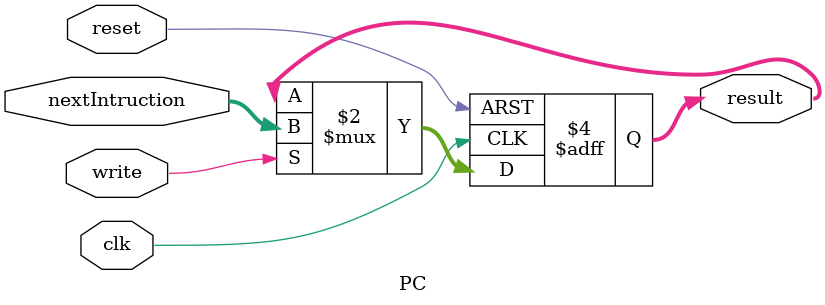
<source format=v>
module PC(result, write, nextIntruction, reset, clk);
	input clk;
	input write; // law write = 1, kda ma3naha te2dar t7ot 7aga fl PC
	input reset;  //law reset = 1, then raga3 el PC b zero mn el awel
	input [31:0] nextIntruction;
	output reg [31:0] result;

	/*initial begin
		result <= 0;
	end*/

	always @(posedge clk, posedge reset) begin

		if (reset)
			result <= 0;  //raga3 el pc lel initial value

		else begin
			if (write)
				result <= nextIntruction;
		end

	end

endmodule

</source>
